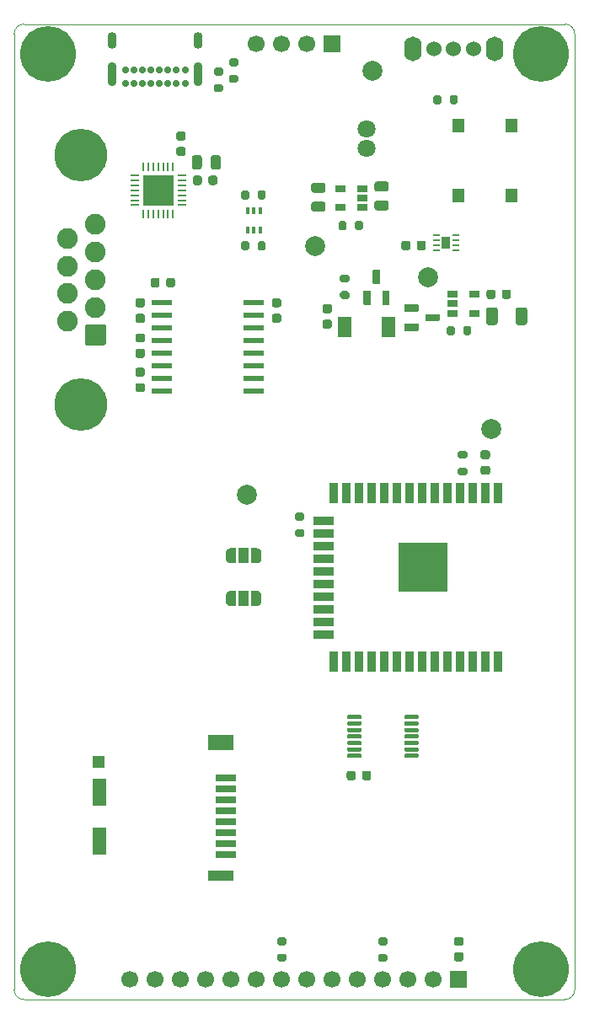
<source format=gts>
%TF.GenerationSoftware,KiCad,Pcbnew,5.1.10-88a1d61d58~88~ubuntu20.04.1*%
%TF.CreationDate,2021-06-25T13:29:56-05:00*%
%TF.ProjectId,MiOrigin,4d694f72-6967-4696-9e2e-6b696361645f,rev?*%
%TF.SameCoordinates,Original*%
%TF.FileFunction,Soldermask,Top*%
%TF.FilePolarity,Negative*%
%FSLAX46Y46*%
G04 Gerber Fmt 4.6, Leading zero omitted, Abs format (unit mm)*
G04 Created by KiCad (PCBNEW 5.1.10-88a1d61d58~88~ubuntu20.04.1) date 2021-06-25 13:29:56*
%MOMM*%
%LPD*%
G01*
G04 APERTURE LIST*
%TA.AperFunction,Profile*%
%ADD10C,0.010000*%
%TD*%
%ADD11R,0.260000X0.970000*%
%ADD12R,0.970000X0.260000*%
%ADD13R,3.150000X3.150000*%
%ADD14C,1.700000*%
%ADD15R,1.700000X1.700000*%
%ADD16C,2.000000*%
%ADD17C,0.150000*%
%ADD18R,1.000000X1.500000*%
%ADD19R,0.900000X1.300000*%
%ADD20R,0.760000X0.270000*%
%ADD21R,1.200000X1.400000*%
%ADD22R,2.000000X0.700000*%
%ADD23R,2.600000X1.000000*%
%ADD24R,2.600000X1.500000*%
%ADD25R,1.400000X2.700000*%
%ADD26R,1.200000X1.200000*%
%ADD27R,2.060000X0.600000*%
%ADD28C,5.600000*%
%ADD29C,3.600000*%
%ADD30R,0.400000X0.650000*%
%ADD31R,1.060000X0.650000*%
%ADD32C,1.800860*%
%ADD33C,2.082800*%
%ADD34C,5.283200*%
%ADD35O,0.900000X1.700000*%
%ADD36O,0.900000X2.400000*%
%ADD37C,0.700000*%
%ADD38C,1.524000*%
%ADD39O,1.750000X2.500000*%
%ADD40R,1.400000X2.100000*%
%ADD41R,0.900000X2.000000*%
%ADD42R,2.000000X0.900000*%
%ADD43R,5.000000X5.000000*%
G04 APERTURE END LIST*
D10*
X125580000Y-143500000D02*
G75*
G02*
X124580000Y-142500000I0J1000000D01*
G01*
X180920000Y-142500000D02*
G75*
G02*
X179920000Y-143500000I-1000000J0D01*
G01*
X179920000Y-45500000D02*
G75*
G02*
X180920000Y-46500000I0J-1000000D01*
G01*
X124580000Y-46500000D02*
G75*
G02*
X125580000Y-45500000I1000000J0D01*
G01*
X124580000Y-142500000D02*
X124580000Y-46500000D01*
X180920000Y-142500000D02*
X180920000Y-46500000D01*
X179920000Y-143500000D02*
X125580000Y-143500000D01*
X125580000Y-45500000D02*
X179920000Y-45500000D01*
X125580000Y-143500000D02*
G75*
G02*
X124580000Y-142500000I0J1000000D01*
G01*
X180920000Y-142500000D02*
G75*
G02*
X179920000Y-143500000I-1000000J0D01*
G01*
X179920000Y-45500000D02*
G75*
G02*
X180920000Y-46500000I0J-1000000D01*
G01*
X124580000Y-46500000D02*
G75*
G02*
X125580000Y-45500000I1000000J0D01*
G01*
X124580000Y-142500000D02*
X124580000Y-46500000D01*
X180920000Y-142500000D02*
X180920000Y-46500000D01*
X179920000Y-143500000D02*
X125580000Y-143500000D01*
X125580000Y-45500000D02*
X179920000Y-45500000D01*
%TO.C,C19*%
G36*
G01*
X144350000Y-59875000D02*
X144350000Y-58925000D01*
G75*
G02*
X144600000Y-58675000I250000J0D01*
G01*
X145100000Y-58675000D01*
G75*
G02*
X145350000Y-58925000I0J-250000D01*
G01*
X145350000Y-59875000D01*
G75*
G02*
X145100000Y-60125000I-250000J0D01*
G01*
X144600000Y-60125000D01*
G75*
G02*
X144350000Y-59875000I0J250000D01*
G01*
G37*
G36*
G01*
X142450000Y-59875000D02*
X142450000Y-58925000D01*
G75*
G02*
X142700000Y-58675000I250000J0D01*
G01*
X143200000Y-58675000D01*
G75*
G02*
X143450000Y-58925000I0J-250000D01*
G01*
X143450000Y-59875000D01*
G75*
G02*
X143200000Y-60125000I-250000J0D01*
G01*
X142700000Y-60125000D01*
G75*
G02*
X142450000Y-59875000I0J250000D01*
G01*
G37*
%TD*%
D11*
%TO.C,U2*%
X140550000Y-59830000D03*
X140050000Y-59830000D03*
X139550000Y-59830000D03*
X139050000Y-59830000D03*
X138550000Y-59830000D03*
X138050000Y-59830000D03*
X137550000Y-59830000D03*
X137550000Y-64570000D03*
X138050000Y-64570000D03*
X138550000Y-64570000D03*
X139050000Y-64570000D03*
X139550000Y-64570000D03*
X140050000Y-64570000D03*
X140550000Y-64570000D03*
D12*
X141420000Y-63700000D03*
X141420000Y-63200000D03*
X141420000Y-62700000D03*
X141420000Y-62200000D03*
X141420000Y-61700000D03*
X141420000Y-61200000D03*
X141420000Y-60700000D03*
X136680000Y-60700000D03*
X136680000Y-61200000D03*
X136680000Y-61700000D03*
X136680000Y-62200000D03*
X136680000Y-62700000D03*
X136680000Y-63200000D03*
X136680000Y-63700000D03*
D13*
X139050000Y-62200000D03*
%TD*%
%TO.C,C18*%
G36*
G01*
X144100000Y-61450000D02*
X144100000Y-60950000D01*
G75*
G02*
X144325000Y-60725000I225000J0D01*
G01*
X144775000Y-60725000D01*
G75*
G02*
X145000000Y-60950000I0J-225000D01*
G01*
X145000000Y-61450000D01*
G75*
G02*
X144775000Y-61675000I-225000J0D01*
G01*
X144325000Y-61675000D01*
G75*
G02*
X144100000Y-61450000I0J225000D01*
G01*
G37*
G36*
G01*
X142550000Y-61450000D02*
X142550000Y-60950000D01*
G75*
G02*
X142775000Y-60725000I225000J0D01*
G01*
X143225000Y-60725000D01*
G75*
G02*
X143450000Y-60950000I0J-225000D01*
G01*
X143450000Y-61450000D01*
G75*
G02*
X143225000Y-61675000I-225000J0D01*
G01*
X142775000Y-61675000D01*
G75*
G02*
X142550000Y-61450000I0J225000D01*
G01*
G37*
%TD*%
%TO.C,C10*%
G36*
G01*
X141600000Y-57200000D02*
X141100000Y-57200000D01*
G75*
G02*
X140875000Y-56975000I0J225000D01*
G01*
X140875000Y-56525000D01*
G75*
G02*
X141100000Y-56300000I225000J0D01*
G01*
X141600000Y-56300000D01*
G75*
G02*
X141825000Y-56525000I0J-225000D01*
G01*
X141825000Y-56975000D01*
G75*
G02*
X141600000Y-57200000I-225000J0D01*
G01*
G37*
G36*
G01*
X141600000Y-58750000D02*
X141100000Y-58750000D01*
G75*
G02*
X140875000Y-58525000I0J225000D01*
G01*
X140875000Y-58075000D01*
G75*
G02*
X141100000Y-57850000I225000J0D01*
G01*
X141600000Y-57850000D01*
G75*
G02*
X141825000Y-58075000I0J-225000D01*
G01*
X141825000Y-58525000D01*
G75*
G02*
X141600000Y-58750000I-225000J0D01*
G01*
G37*
%TD*%
D14*
%TO.C,U4*%
X154020000Y-47500000D03*
X151480000Y-47500000D03*
X148940000Y-47500000D03*
D15*
X156560000Y-47500000D03*
X169260000Y-141490000D03*
D14*
X166720000Y-141490000D03*
X164180000Y-141490000D03*
X161640000Y-141490000D03*
X159100000Y-141490000D03*
X156560000Y-141490000D03*
X154020000Y-141490000D03*
X151480000Y-141490000D03*
X148940000Y-141490000D03*
X146400000Y-141490000D03*
X143860000Y-141490000D03*
X141320000Y-141490000D03*
X138780000Y-141500000D03*
X136240000Y-141500000D03*
%TD*%
D16*
%TO.C,TP6*%
X160600000Y-50200000D03*
%TD*%
D17*
%TO.C,JP2*%
G36*
X148400000Y-102450000D02*
G01*
X148950000Y-102450000D01*
X148950000Y-102450602D01*
X148974534Y-102450602D01*
X149023365Y-102455412D01*
X149071490Y-102464984D01*
X149118445Y-102479228D01*
X149163778Y-102498005D01*
X149207051Y-102521136D01*
X149247850Y-102548396D01*
X149285779Y-102579524D01*
X149320476Y-102614221D01*
X149351604Y-102652150D01*
X149378864Y-102692949D01*
X149401995Y-102736222D01*
X149420772Y-102781555D01*
X149435016Y-102828510D01*
X149444588Y-102876635D01*
X149449398Y-102925466D01*
X149449398Y-102950000D01*
X149450000Y-102950000D01*
X149450000Y-103450000D01*
X149449398Y-103450000D01*
X149449398Y-103474534D01*
X149444588Y-103523365D01*
X149435016Y-103571490D01*
X149420772Y-103618445D01*
X149401995Y-103663778D01*
X149378864Y-103707051D01*
X149351604Y-103747850D01*
X149320476Y-103785779D01*
X149285779Y-103820476D01*
X149247850Y-103851604D01*
X149207051Y-103878864D01*
X149163778Y-103901995D01*
X149118445Y-103920772D01*
X149071490Y-103935016D01*
X149023365Y-103944588D01*
X148974534Y-103949398D01*
X148950000Y-103949398D01*
X148950000Y-103950000D01*
X148400000Y-103950000D01*
X148400000Y-102450000D01*
G37*
D18*
X147650000Y-103200000D03*
D17*
G36*
X146350000Y-103949398D02*
G01*
X146325466Y-103949398D01*
X146276635Y-103944588D01*
X146228510Y-103935016D01*
X146181555Y-103920772D01*
X146136222Y-103901995D01*
X146092949Y-103878864D01*
X146052150Y-103851604D01*
X146014221Y-103820476D01*
X145979524Y-103785779D01*
X145948396Y-103747850D01*
X145921136Y-103707051D01*
X145898005Y-103663778D01*
X145879228Y-103618445D01*
X145864984Y-103571490D01*
X145855412Y-103523365D01*
X145850602Y-103474534D01*
X145850602Y-103450000D01*
X145850000Y-103450000D01*
X145850000Y-102950000D01*
X145850602Y-102950000D01*
X145850602Y-102925466D01*
X145855412Y-102876635D01*
X145864984Y-102828510D01*
X145879228Y-102781555D01*
X145898005Y-102736222D01*
X145921136Y-102692949D01*
X145948396Y-102652150D01*
X145979524Y-102614221D01*
X146014221Y-102579524D01*
X146052150Y-102548396D01*
X146092949Y-102521136D01*
X146136222Y-102498005D01*
X146181555Y-102479228D01*
X146228510Y-102464984D01*
X146276635Y-102455412D01*
X146325466Y-102450602D01*
X146350000Y-102450602D01*
X146350000Y-102450000D01*
X146900000Y-102450000D01*
X146900000Y-103950000D01*
X146350000Y-103950000D01*
X146350000Y-103949398D01*
G37*
%TD*%
%TO.C,JP1*%
G36*
X148400000Y-98150000D02*
G01*
X148950000Y-98150000D01*
X148950000Y-98150602D01*
X148974534Y-98150602D01*
X149023365Y-98155412D01*
X149071490Y-98164984D01*
X149118445Y-98179228D01*
X149163778Y-98198005D01*
X149207051Y-98221136D01*
X149247850Y-98248396D01*
X149285779Y-98279524D01*
X149320476Y-98314221D01*
X149351604Y-98352150D01*
X149378864Y-98392949D01*
X149401995Y-98436222D01*
X149420772Y-98481555D01*
X149435016Y-98528510D01*
X149444588Y-98576635D01*
X149449398Y-98625466D01*
X149449398Y-98650000D01*
X149450000Y-98650000D01*
X149450000Y-99150000D01*
X149449398Y-99150000D01*
X149449398Y-99174534D01*
X149444588Y-99223365D01*
X149435016Y-99271490D01*
X149420772Y-99318445D01*
X149401995Y-99363778D01*
X149378864Y-99407051D01*
X149351604Y-99447850D01*
X149320476Y-99485779D01*
X149285779Y-99520476D01*
X149247850Y-99551604D01*
X149207051Y-99578864D01*
X149163778Y-99601995D01*
X149118445Y-99620772D01*
X149071490Y-99635016D01*
X149023365Y-99644588D01*
X148974534Y-99649398D01*
X148950000Y-99649398D01*
X148950000Y-99650000D01*
X148400000Y-99650000D01*
X148400000Y-98150000D01*
G37*
D18*
X147650000Y-98900000D03*
D17*
G36*
X146350000Y-99649398D02*
G01*
X146325466Y-99649398D01*
X146276635Y-99644588D01*
X146228510Y-99635016D01*
X146181555Y-99620772D01*
X146136222Y-99601995D01*
X146092949Y-99578864D01*
X146052150Y-99551604D01*
X146014221Y-99520476D01*
X145979524Y-99485779D01*
X145948396Y-99447850D01*
X145921136Y-99407051D01*
X145898005Y-99363778D01*
X145879228Y-99318445D01*
X145864984Y-99271490D01*
X145855412Y-99223365D01*
X145850602Y-99174534D01*
X145850602Y-99150000D01*
X145850000Y-99150000D01*
X145850000Y-98650000D01*
X145850602Y-98650000D01*
X145850602Y-98625466D01*
X145855412Y-98576635D01*
X145864984Y-98528510D01*
X145879228Y-98481555D01*
X145898005Y-98436222D01*
X145921136Y-98392949D01*
X145948396Y-98352150D01*
X145979524Y-98314221D01*
X146014221Y-98279524D01*
X146052150Y-98248396D01*
X146092949Y-98221136D01*
X146136222Y-98198005D01*
X146181555Y-98179228D01*
X146228510Y-98164984D01*
X146276635Y-98155412D01*
X146325466Y-98150602D01*
X146350000Y-98150602D01*
X146350000Y-98150000D01*
X146900000Y-98150000D01*
X146900000Y-99650000D01*
X146350000Y-99650000D01*
X146350000Y-99649398D01*
G37*
%TD*%
D16*
%TO.C,TP5*%
X166150000Y-70900000D03*
%TD*%
%TO.C,TP3*%
X154850000Y-67800000D03*
%TD*%
%TO.C,TP2*%
X147950000Y-92800000D03*
%TD*%
%TO.C,TP1*%
X172550000Y-86200000D03*
%TD*%
%TO.C,U7*%
G36*
G01*
X165240000Y-118920000D02*
X165240000Y-119120000D01*
G75*
G02*
X165140000Y-119220000I-100000J0D01*
G01*
X163865000Y-119220000D01*
G75*
G02*
X163765000Y-119120000I0J100000D01*
G01*
X163765000Y-118920000D01*
G75*
G02*
X163865000Y-118820000I100000J0D01*
G01*
X165140000Y-118820000D01*
G75*
G02*
X165240000Y-118920000I0J-100000D01*
G01*
G37*
G36*
G01*
X165240000Y-118270000D02*
X165240000Y-118470000D01*
G75*
G02*
X165140000Y-118570000I-100000J0D01*
G01*
X163865000Y-118570000D01*
G75*
G02*
X163765000Y-118470000I0J100000D01*
G01*
X163765000Y-118270000D01*
G75*
G02*
X163865000Y-118170000I100000J0D01*
G01*
X165140000Y-118170000D01*
G75*
G02*
X165240000Y-118270000I0J-100000D01*
G01*
G37*
G36*
G01*
X165240000Y-117620000D02*
X165240000Y-117820000D01*
G75*
G02*
X165140000Y-117920000I-100000J0D01*
G01*
X163865000Y-117920000D01*
G75*
G02*
X163765000Y-117820000I0J100000D01*
G01*
X163765000Y-117620000D01*
G75*
G02*
X163865000Y-117520000I100000J0D01*
G01*
X165140000Y-117520000D01*
G75*
G02*
X165240000Y-117620000I0J-100000D01*
G01*
G37*
G36*
G01*
X165240000Y-116970000D02*
X165240000Y-117170000D01*
G75*
G02*
X165140000Y-117270000I-100000J0D01*
G01*
X163865000Y-117270000D01*
G75*
G02*
X163765000Y-117170000I0J100000D01*
G01*
X163765000Y-116970000D01*
G75*
G02*
X163865000Y-116870000I100000J0D01*
G01*
X165140000Y-116870000D01*
G75*
G02*
X165240000Y-116970000I0J-100000D01*
G01*
G37*
G36*
G01*
X165240000Y-116320000D02*
X165240000Y-116520000D01*
G75*
G02*
X165140000Y-116620000I-100000J0D01*
G01*
X163865000Y-116620000D01*
G75*
G02*
X163765000Y-116520000I0J100000D01*
G01*
X163765000Y-116320000D01*
G75*
G02*
X163865000Y-116220000I100000J0D01*
G01*
X165140000Y-116220000D01*
G75*
G02*
X165240000Y-116320000I0J-100000D01*
G01*
G37*
G36*
G01*
X165240000Y-115670000D02*
X165240000Y-115870000D01*
G75*
G02*
X165140000Y-115970000I-100000J0D01*
G01*
X163865000Y-115970000D01*
G75*
G02*
X163765000Y-115870000I0J100000D01*
G01*
X163765000Y-115670000D01*
G75*
G02*
X163865000Y-115570000I100000J0D01*
G01*
X165140000Y-115570000D01*
G75*
G02*
X165240000Y-115670000I0J-100000D01*
G01*
G37*
G36*
G01*
X165240000Y-115020000D02*
X165240000Y-115220000D01*
G75*
G02*
X165140000Y-115320000I-100000J0D01*
G01*
X163865000Y-115320000D01*
G75*
G02*
X163765000Y-115220000I0J100000D01*
G01*
X163765000Y-115020000D01*
G75*
G02*
X163865000Y-114920000I100000J0D01*
G01*
X165140000Y-114920000D01*
G75*
G02*
X165240000Y-115020000I0J-100000D01*
G01*
G37*
G36*
G01*
X159515000Y-115020000D02*
X159515000Y-115220000D01*
G75*
G02*
X159415000Y-115320000I-100000J0D01*
G01*
X158140000Y-115320000D01*
G75*
G02*
X158040000Y-115220000I0J100000D01*
G01*
X158040000Y-115020000D01*
G75*
G02*
X158140000Y-114920000I100000J0D01*
G01*
X159415000Y-114920000D01*
G75*
G02*
X159515000Y-115020000I0J-100000D01*
G01*
G37*
G36*
G01*
X159515000Y-115670000D02*
X159515000Y-115870000D01*
G75*
G02*
X159415000Y-115970000I-100000J0D01*
G01*
X158140000Y-115970000D01*
G75*
G02*
X158040000Y-115870000I0J100000D01*
G01*
X158040000Y-115670000D01*
G75*
G02*
X158140000Y-115570000I100000J0D01*
G01*
X159415000Y-115570000D01*
G75*
G02*
X159515000Y-115670000I0J-100000D01*
G01*
G37*
G36*
G01*
X159515000Y-116320000D02*
X159515000Y-116520000D01*
G75*
G02*
X159415000Y-116620000I-100000J0D01*
G01*
X158140000Y-116620000D01*
G75*
G02*
X158040000Y-116520000I0J100000D01*
G01*
X158040000Y-116320000D01*
G75*
G02*
X158140000Y-116220000I100000J0D01*
G01*
X159415000Y-116220000D01*
G75*
G02*
X159515000Y-116320000I0J-100000D01*
G01*
G37*
G36*
G01*
X159515000Y-116970000D02*
X159515000Y-117170000D01*
G75*
G02*
X159415000Y-117270000I-100000J0D01*
G01*
X158140000Y-117270000D01*
G75*
G02*
X158040000Y-117170000I0J100000D01*
G01*
X158040000Y-116970000D01*
G75*
G02*
X158140000Y-116870000I100000J0D01*
G01*
X159415000Y-116870000D01*
G75*
G02*
X159515000Y-116970000I0J-100000D01*
G01*
G37*
G36*
G01*
X159515000Y-117620000D02*
X159515000Y-117820000D01*
G75*
G02*
X159415000Y-117920000I-100000J0D01*
G01*
X158140000Y-117920000D01*
G75*
G02*
X158040000Y-117820000I0J100000D01*
G01*
X158040000Y-117620000D01*
G75*
G02*
X158140000Y-117520000I100000J0D01*
G01*
X159415000Y-117520000D01*
G75*
G02*
X159515000Y-117620000I0J-100000D01*
G01*
G37*
G36*
G01*
X159515000Y-118270000D02*
X159515000Y-118470000D01*
G75*
G02*
X159415000Y-118570000I-100000J0D01*
G01*
X158140000Y-118570000D01*
G75*
G02*
X158040000Y-118470000I0J100000D01*
G01*
X158040000Y-118270000D01*
G75*
G02*
X158140000Y-118170000I100000J0D01*
G01*
X159415000Y-118170000D01*
G75*
G02*
X159515000Y-118270000I0J-100000D01*
G01*
G37*
G36*
G01*
X159515000Y-118920000D02*
X159515000Y-119120000D01*
G75*
G02*
X159415000Y-119220000I-100000J0D01*
G01*
X158140000Y-119220000D01*
G75*
G02*
X158040000Y-119120000I0J100000D01*
G01*
X158040000Y-118920000D01*
G75*
G02*
X158140000Y-118820000I100000J0D01*
G01*
X159415000Y-118820000D01*
G75*
G02*
X159515000Y-118920000I0J-100000D01*
G01*
G37*
%TD*%
D19*
%TO.C,U6*%
X167975000Y-67450000D03*
D20*
X168960000Y-66700000D03*
X168960000Y-67200000D03*
X168960000Y-67700000D03*
X168960000Y-68200000D03*
X166990000Y-68200000D03*
X166990000Y-67700000D03*
X166990000Y-67200000D03*
X166990000Y-66700000D03*
%TD*%
D21*
%TO.C,S3*%
X169210800Y-55716600D03*
X169210800Y-62716600D03*
%TD*%
%TO.C,S2*%
X174595600Y-55711400D03*
X174595600Y-62711400D03*
%TD*%
D22*
%TO.C,J3*%
X145886800Y-128946400D03*
X145886800Y-127846400D03*
X145886800Y-126746400D03*
X145886800Y-125646400D03*
X145886800Y-124546400D03*
X145886800Y-123446400D03*
X145886800Y-122346400D03*
X145886800Y-121246400D03*
D23*
X145386800Y-131046400D03*
D24*
X145386800Y-117696400D03*
D25*
X133186800Y-122646400D03*
X133186800Y-127546400D03*
D26*
X133086800Y-119596400D03*
%TD*%
%TO.C,C11*%
G36*
G01*
X159550000Y-121250000D02*
X159550000Y-120750000D01*
G75*
G02*
X159775000Y-120525000I225000J0D01*
G01*
X160225000Y-120525000D01*
G75*
G02*
X160450000Y-120750000I0J-225000D01*
G01*
X160450000Y-121250000D01*
G75*
G02*
X160225000Y-121475000I-225000J0D01*
G01*
X159775000Y-121475000D01*
G75*
G02*
X159550000Y-121250000I0J225000D01*
G01*
G37*
G36*
G01*
X158000000Y-121250000D02*
X158000000Y-120750000D01*
G75*
G02*
X158225000Y-120525000I225000J0D01*
G01*
X158675000Y-120525000D01*
G75*
G02*
X158900000Y-120750000I0J-225000D01*
G01*
X158900000Y-121250000D01*
G75*
G02*
X158675000Y-121475000I-225000J0D01*
G01*
X158225000Y-121475000D01*
G75*
G02*
X158000000Y-121250000I0J225000D01*
G01*
G37*
%TD*%
%TO.C,C8*%
G36*
G01*
X165050000Y-68000000D02*
X165050000Y-67500000D01*
G75*
G02*
X165275000Y-67275000I225000J0D01*
G01*
X165725000Y-67275000D01*
G75*
G02*
X165950000Y-67500000I0J-225000D01*
G01*
X165950000Y-68000000D01*
G75*
G02*
X165725000Y-68225000I-225000J0D01*
G01*
X165275000Y-68225000D01*
G75*
G02*
X165050000Y-68000000I0J225000D01*
G01*
G37*
G36*
G01*
X163500000Y-68000000D02*
X163500000Y-67500000D01*
G75*
G02*
X163725000Y-67275000I225000J0D01*
G01*
X164175000Y-67275000D01*
G75*
G02*
X164400000Y-67500000I0J-225000D01*
G01*
X164400000Y-68000000D01*
G75*
G02*
X164175000Y-68225000I-225000J0D01*
G01*
X163725000Y-68225000D01*
G75*
G02*
X163500000Y-68000000I0J225000D01*
G01*
G37*
%TD*%
%TO.C,C4*%
G36*
G01*
X156300000Y-74550000D02*
X155800000Y-74550000D01*
G75*
G02*
X155575000Y-74325000I0J225000D01*
G01*
X155575000Y-73875000D01*
G75*
G02*
X155800000Y-73650000I225000J0D01*
G01*
X156300000Y-73650000D01*
G75*
G02*
X156525000Y-73875000I0J-225000D01*
G01*
X156525000Y-74325000D01*
G75*
G02*
X156300000Y-74550000I-225000J0D01*
G01*
G37*
G36*
G01*
X156300000Y-76100000D02*
X155800000Y-76100000D01*
G75*
G02*
X155575000Y-75875000I0J225000D01*
G01*
X155575000Y-75425000D01*
G75*
G02*
X155800000Y-75200000I225000J0D01*
G01*
X156300000Y-75200000D01*
G75*
G02*
X156525000Y-75425000I0J-225000D01*
G01*
X156525000Y-75875000D01*
G75*
G02*
X156300000Y-76100000I-225000J0D01*
G01*
G37*
%TD*%
%TO.C,C2*%
G36*
G01*
X154681000Y-63346000D02*
X155631000Y-63346000D01*
G75*
G02*
X155881000Y-63596000I0J-250000D01*
G01*
X155881000Y-64096000D01*
G75*
G02*
X155631000Y-64346000I-250000J0D01*
G01*
X154681000Y-64346000D01*
G75*
G02*
X154431000Y-64096000I0J250000D01*
G01*
X154431000Y-63596000D01*
G75*
G02*
X154681000Y-63346000I250000J0D01*
G01*
G37*
G36*
G01*
X154681000Y-61446000D02*
X155631000Y-61446000D01*
G75*
G02*
X155881000Y-61696000I0J-250000D01*
G01*
X155881000Y-62196000D01*
G75*
G02*
X155631000Y-62446000I-250000J0D01*
G01*
X154681000Y-62446000D01*
G75*
G02*
X154431000Y-62196000I0J250000D01*
G01*
X154431000Y-61696000D01*
G75*
G02*
X154681000Y-61446000I250000J0D01*
G01*
G37*
%TD*%
D27*
%TO.C,U8*%
X148690000Y-73510000D03*
X148690000Y-74780000D03*
X148690000Y-76050000D03*
X148690000Y-77320000D03*
X148690000Y-78590000D03*
X148690000Y-79860000D03*
X148690000Y-81130000D03*
X148690000Y-82400000D03*
X139410000Y-82400000D03*
X139410000Y-81130000D03*
X139410000Y-79860000D03*
X139410000Y-78590000D03*
X139410000Y-77320000D03*
X139410000Y-76050000D03*
X139410000Y-74780000D03*
X139410000Y-73510000D03*
%TD*%
%TO.C,C7*%
G36*
G01*
X174975000Y-75500001D02*
X174975000Y-74199999D01*
G75*
G02*
X175224999Y-73950000I249999J0D01*
G01*
X175875001Y-73950000D01*
G75*
G02*
X176125000Y-74199999I0J-249999D01*
G01*
X176125000Y-75500001D01*
G75*
G02*
X175875001Y-75750000I-249999J0D01*
G01*
X175224999Y-75750000D01*
G75*
G02*
X174975000Y-75500001I0J249999D01*
G01*
G37*
G36*
G01*
X172025000Y-75500001D02*
X172025000Y-74199999D01*
G75*
G02*
X172274999Y-73950000I249999J0D01*
G01*
X172925001Y-73950000D01*
G75*
G02*
X173175000Y-74199999I0J-249999D01*
G01*
X173175000Y-75500001D01*
G75*
G02*
X172925001Y-75750000I-249999J0D01*
G01*
X172274999Y-75750000D01*
G75*
G02*
X172025000Y-75500001I0J249999D01*
G01*
G37*
%TD*%
%TO.C,C3*%
G36*
G01*
X161031000Y-63224000D02*
X161981000Y-63224000D01*
G75*
G02*
X162231000Y-63474000I0J-250000D01*
G01*
X162231000Y-63974000D01*
G75*
G02*
X161981000Y-64224000I-250000J0D01*
G01*
X161031000Y-64224000D01*
G75*
G02*
X160781000Y-63974000I0J250000D01*
G01*
X160781000Y-63474000D01*
G75*
G02*
X161031000Y-63224000I250000J0D01*
G01*
G37*
G36*
G01*
X161031000Y-61324000D02*
X161981000Y-61324000D01*
G75*
G02*
X162231000Y-61574000I0J-250000D01*
G01*
X162231000Y-62074000D01*
G75*
G02*
X161981000Y-62324000I-250000J0D01*
G01*
X161031000Y-62324000D01*
G75*
G02*
X160781000Y-62074000I0J250000D01*
G01*
X160781000Y-61574000D01*
G75*
G02*
X161031000Y-61324000I250000J0D01*
G01*
G37*
%TD*%
D28*
%TO.C,H4*%
X177500000Y-140480000D03*
D29*
X177500000Y-140480000D03*
%TD*%
%TO.C,H3*%
X177500000Y-48520000D03*
D28*
X177500000Y-48520000D03*
%TD*%
%TO.C,H2*%
X128000000Y-140480000D03*
D29*
X128000000Y-140480000D03*
%TD*%
D28*
%TO.C,H1*%
X128000000Y-48520000D03*
D29*
X128000000Y-48520000D03*
%TD*%
%TO.C,R17*%
G36*
G01*
X161365000Y-138905600D02*
X161915000Y-138905600D01*
G75*
G02*
X162115000Y-139105600I0J-200000D01*
G01*
X162115000Y-139505600D01*
G75*
G02*
X161915000Y-139705600I-200000J0D01*
G01*
X161365000Y-139705600D01*
G75*
G02*
X161165000Y-139505600I0J200000D01*
G01*
X161165000Y-139105600D01*
G75*
G02*
X161365000Y-138905600I200000J0D01*
G01*
G37*
G36*
G01*
X161365000Y-137255600D02*
X161915000Y-137255600D01*
G75*
G02*
X162115000Y-137455600I0J-200000D01*
G01*
X162115000Y-137855600D01*
G75*
G02*
X161915000Y-138055600I-200000J0D01*
G01*
X161365000Y-138055600D01*
G75*
G02*
X161165000Y-137855600I0J200000D01*
G01*
X161165000Y-137455600D01*
G75*
G02*
X161365000Y-137255600I200000J0D01*
G01*
G37*
%TD*%
%TO.C,R16*%
G36*
G01*
X151205000Y-138892400D02*
X151755000Y-138892400D01*
G75*
G02*
X151955000Y-139092400I0J-200000D01*
G01*
X151955000Y-139492400D01*
G75*
G02*
X151755000Y-139692400I-200000J0D01*
G01*
X151205000Y-139692400D01*
G75*
G02*
X151005000Y-139492400I0J200000D01*
G01*
X151005000Y-139092400D01*
G75*
G02*
X151205000Y-138892400I200000J0D01*
G01*
G37*
G36*
G01*
X151205000Y-137242400D02*
X151755000Y-137242400D01*
G75*
G02*
X151955000Y-137442400I0J-200000D01*
G01*
X151955000Y-137842400D01*
G75*
G02*
X151755000Y-138042400I-200000J0D01*
G01*
X151205000Y-138042400D01*
G75*
G02*
X151005000Y-137842400I0J200000D01*
G01*
X151005000Y-137442400D01*
G75*
G02*
X151205000Y-137242400I200000J0D01*
G01*
G37*
%TD*%
D30*
%TO.C,Q1*%
X148034800Y-64262600D03*
X149334800Y-64262600D03*
X148684800Y-66162600D03*
X148684800Y-64262600D03*
X149334800Y-66162600D03*
X148034800Y-66162600D03*
%TD*%
%TO.C,C9*%
G36*
G01*
X169510000Y-138104000D02*
X169010000Y-138104000D01*
G75*
G02*
X168785000Y-137879000I0J225000D01*
G01*
X168785000Y-137429000D01*
G75*
G02*
X169010000Y-137204000I225000J0D01*
G01*
X169510000Y-137204000D01*
G75*
G02*
X169735000Y-137429000I0J-225000D01*
G01*
X169735000Y-137879000D01*
G75*
G02*
X169510000Y-138104000I-225000J0D01*
G01*
G37*
G36*
G01*
X169510000Y-139654000D02*
X169010000Y-139654000D01*
G75*
G02*
X168785000Y-139429000I0J225000D01*
G01*
X168785000Y-138979000D01*
G75*
G02*
X169010000Y-138754000I225000J0D01*
G01*
X169510000Y-138754000D01*
G75*
G02*
X169735000Y-138979000I0J-225000D01*
G01*
X169735000Y-139429000D01*
G75*
G02*
X169510000Y-139654000I-225000J0D01*
G01*
G37*
%TD*%
%TO.C,R7*%
G36*
G01*
X144829600Y-49878600D02*
X145379600Y-49878600D01*
G75*
G02*
X145579600Y-50078600I0J-200000D01*
G01*
X145579600Y-50478600D01*
G75*
G02*
X145379600Y-50678600I-200000J0D01*
G01*
X144829600Y-50678600D01*
G75*
G02*
X144629600Y-50478600I0J200000D01*
G01*
X144629600Y-50078600D01*
G75*
G02*
X144829600Y-49878600I200000J0D01*
G01*
G37*
G36*
G01*
X144829600Y-51528600D02*
X145379600Y-51528600D01*
G75*
G02*
X145579600Y-51728600I0J-200000D01*
G01*
X145579600Y-52128600D01*
G75*
G02*
X145379600Y-52328600I-200000J0D01*
G01*
X144829600Y-52328600D01*
G75*
G02*
X144629600Y-52128600I0J200000D01*
G01*
X144629600Y-51728600D01*
G75*
G02*
X144829600Y-51528600I200000J0D01*
G01*
G37*
%TD*%
%TO.C,R14*%
G36*
G01*
X167500000Y-52825000D02*
X167500000Y-53375000D01*
G75*
G02*
X167300000Y-53575000I-200000J0D01*
G01*
X166900000Y-53575000D01*
G75*
G02*
X166700000Y-53375000I0J200000D01*
G01*
X166700000Y-52825000D01*
G75*
G02*
X166900000Y-52625000I200000J0D01*
G01*
X167300000Y-52625000D01*
G75*
G02*
X167500000Y-52825000I0J-200000D01*
G01*
G37*
G36*
G01*
X169150000Y-52825000D02*
X169150000Y-53375000D01*
G75*
G02*
X168950000Y-53575000I-200000J0D01*
G01*
X168550000Y-53575000D01*
G75*
G02*
X168350000Y-53375000I0J200000D01*
G01*
X168350000Y-52825000D01*
G75*
G02*
X168550000Y-52625000I200000J0D01*
G01*
X168950000Y-52625000D01*
G75*
G02*
X169150000Y-52825000I0J-200000D01*
G01*
G37*
%TD*%
%TO.C,C17*%
G36*
G01*
X137000000Y-81575000D02*
X137500000Y-81575000D01*
G75*
G02*
X137725000Y-81800000I0J-225000D01*
G01*
X137725000Y-82250000D01*
G75*
G02*
X137500000Y-82475000I-225000J0D01*
G01*
X137000000Y-82475000D01*
G75*
G02*
X136775000Y-82250000I0J225000D01*
G01*
X136775000Y-81800000D01*
G75*
G02*
X137000000Y-81575000I225000J0D01*
G01*
G37*
G36*
G01*
X137000000Y-80025000D02*
X137500000Y-80025000D01*
G75*
G02*
X137725000Y-80250000I0J-225000D01*
G01*
X137725000Y-80700000D01*
G75*
G02*
X137500000Y-80925000I-225000J0D01*
G01*
X137000000Y-80925000D01*
G75*
G02*
X136775000Y-80700000I0J225000D01*
G01*
X136775000Y-80250000D01*
G75*
G02*
X137000000Y-80025000I225000J0D01*
G01*
G37*
%TD*%
%TO.C,C16*%
G36*
G01*
X137510000Y-73960000D02*
X137010000Y-73960000D01*
G75*
G02*
X136785000Y-73735000I0J225000D01*
G01*
X136785000Y-73285000D01*
G75*
G02*
X137010000Y-73060000I225000J0D01*
G01*
X137510000Y-73060000D01*
G75*
G02*
X137735000Y-73285000I0J-225000D01*
G01*
X137735000Y-73735000D01*
G75*
G02*
X137510000Y-73960000I-225000J0D01*
G01*
G37*
G36*
G01*
X137510000Y-75510000D02*
X137010000Y-75510000D01*
G75*
G02*
X136785000Y-75285000I0J225000D01*
G01*
X136785000Y-74835000D01*
G75*
G02*
X137010000Y-74610000I225000J0D01*
G01*
X137510000Y-74610000D01*
G75*
G02*
X137735000Y-74835000I0J-225000D01*
G01*
X137735000Y-75285000D01*
G75*
G02*
X137510000Y-75510000I-225000J0D01*
G01*
G37*
%TD*%
%TO.C,C15*%
G36*
G01*
X137010000Y-78140000D02*
X137510000Y-78140000D01*
G75*
G02*
X137735000Y-78365000I0J-225000D01*
G01*
X137735000Y-78815000D01*
G75*
G02*
X137510000Y-79040000I-225000J0D01*
G01*
X137010000Y-79040000D01*
G75*
G02*
X136785000Y-78815000I0J225000D01*
G01*
X136785000Y-78365000D01*
G75*
G02*
X137010000Y-78140000I225000J0D01*
G01*
G37*
G36*
G01*
X137010000Y-76590000D02*
X137510000Y-76590000D01*
G75*
G02*
X137735000Y-76815000I0J-225000D01*
G01*
X137735000Y-77265000D01*
G75*
G02*
X137510000Y-77490000I-225000J0D01*
G01*
X137010000Y-77490000D01*
G75*
G02*
X136785000Y-77265000I0J225000D01*
G01*
X136785000Y-76815000D01*
G75*
G02*
X137010000Y-76590000I225000J0D01*
G01*
G37*
%TD*%
%TO.C,C14*%
G36*
G01*
X139858000Y-71728000D02*
X139858000Y-71228000D01*
G75*
G02*
X140083000Y-71003000I225000J0D01*
G01*
X140533000Y-71003000D01*
G75*
G02*
X140758000Y-71228000I0J-225000D01*
G01*
X140758000Y-71728000D01*
G75*
G02*
X140533000Y-71953000I-225000J0D01*
G01*
X140083000Y-71953000D01*
G75*
G02*
X139858000Y-71728000I0J225000D01*
G01*
G37*
G36*
G01*
X138308000Y-71728000D02*
X138308000Y-71228000D01*
G75*
G02*
X138533000Y-71003000I225000J0D01*
G01*
X138983000Y-71003000D01*
G75*
G02*
X139208000Y-71228000I0J-225000D01*
G01*
X139208000Y-71728000D01*
G75*
G02*
X138983000Y-71953000I-225000J0D01*
G01*
X138533000Y-71953000D01*
G75*
G02*
X138308000Y-71728000I0J225000D01*
G01*
G37*
%TD*%
%TO.C,C13*%
G36*
G01*
X150700000Y-74610000D02*
X151200000Y-74610000D01*
G75*
G02*
X151425000Y-74835000I0J-225000D01*
G01*
X151425000Y-75285000D01*
G75*
G02*
X151200000Y-75510000I-225000J0D01*
G01*
X150700000Y-75510000D01*
G75*
G02*
X150475000Y-75285000I0J225000D01*
G01*
X150475000Y-74835000D01*
G75*
G02*
X150700000Y-74610000I225000J0D01*
G01*
G37*
G36*
G01*
X150700000Y-73060000D02*
X151200000Y-73060000D01*
G75*
G02*
X151425000Y-73285000I0J-225000D01*
G01*
X151425000Y-73735000D01*
G75*
G02*
X151200000Y-73960000I-225000J0D01*
G01*
X150700000Y-73960000D01*
G75*
G02*
X150475000Y-73735000I0J225000D01*
G01*
X150475000Y-73285000D01*
G75*
G02*
X150700000Y-73060000I225000J0D01*
G01*
G37*
%TD*%
%TO.C,C12*%
G36*
G01*
X172177000Y-89222000D02*
X171677000Y-89222000D01*
G75*
G02*
X171452000Y-88997000I0J225000D01*
G01*
X171452000Y-88547000D01*
G75*
G02*
X171677000Y-88322000I225000J0D01*
G01*
X172177000Y-88322000D01*
G75*
G02*
X172402000Y-88547000I0J-225000D01*
G01*
X172402000Y-88997000D01*
G75*
G02*
X172177000Y-89222000I-225000J0D01*
G01*
G37*
G36*
G01*
X172177000Y-90772000D02*
X171677000Y-90772000D01*
G75*
G02*
X171452000Y-90547000I0J225000D01*
G01*
X171452000Y-90097000D01*
G75*
G02*
X171677000Y-89872000I225000J0D01*
G01*
X172177000Y-89872000D01*
G75*
G02*
X172402000Y-90097000I0J-225000D01*
G01*
X172402000Y-90547000D01*
G75*
G02*
X172177000Y-90772000I-225000J0D01*
G01*
G37*
%TD*%
D31*
%TO.C,U3*%
X159558000Y-63912000D03*
X159558000Y-62962000D03*
X159558000Y-62012000D03*
X157358000Y-62012000D03*
X157358000Y-63912000D03*
%TD*%
%TO.C,R12*%
G36*
G01*
X153558400Y-95383600D02*
X153008400Y-95383600D01*
G75*
G02*
X152808400Y-95183600I0J200000D01*
G01*
X152808400Y-94783600D01*
G75*
G02*
X153008400Y-94583600I200000J0D01*
G01*
X153558400Y-94583600D01*
G75*
G02*
X153758400Y-94783600I0J-200000D01*
G01*
X153758400Y-95183600D01*
G75*
G02*
X153558400Y-95383600I-200000J0D01*
G01*
G37*
G36*
G01*
X153558400Y-97033600D02*
X153008400Y-97033600D01*
G75*
G02*
X152808400Y-96833600I0J200000D01*
G01*
X152808400Y-96433600D01*
G75*
G02*
X153008400Y-96233600I200000J0D01*
G01*
X153558400Y-96233600D01*
G75*
G02*
X153758400Y-96433600I0J-200000D01*
G01*
X153758400Y-96833600D01*
G75*
G02*
X153558400Y-97033600I-200000J0D01*
G01*
G37*
%TD*%
%TO.C,R9*%
G36*
G01*
X158820000Y-66031000D02*
X158820000Y-65481000D01*
G75*
G02*
X159020000Y-65281000I200000J0D01*
G01*
X159420000Y-65281000D01*
G75*
G02*
X159620000Y-65481000I0J-200000D01*
G01*
X159620000Y-66031000D01*
G75*
G02*
X159420000Y-66231000I-200000J0D01*
G01*
X159020000Y-66231000D01*
G75*
G02*
X158820000Y-66031000I0J200000D01*
G01*
G37*
G36*
G01*
X157170000Y-66031000D02*
X157170000Y-65481000D01*
G75*
G02*
X157370000Y-65281000I200000J0D01*
G01*
X157770000Y-65281000D01*
G75*
G02*
X157970000Y-65481000I0J-200000D01*
G01*
X157970000Y-66031000D01*
G75*
G02*
X157770000Y-66231000I-200000J0D01*
G01*
X157370000Y-66231000D01*
G75*
G02*
X157170000Y-66031000I0J200000D01*
G01*
G37*
%TD*%
%TO.C,R3*%
G36*
G01*
X169366000Y-90035000D02*
X169916000Y-90035000D01*
G75*
G02*
X170116000Y-90235000I0J-200000D01*
G01*
X170116000Y-90635000D01*
G75*
G02*
X169916000Y-90835000I-200000J0D01*
G01*
X169366000Y-90835000D01*
G75*
G02*
X169166000Y-90635000I0J200000D01*
G01*
X169166000Y-90235000D01*
G75*
G02*
X169366000Y-90035000I200000J0D01*
G01*
G37*
G36*
G01*
X169366000Y-88385000D02*
X169916000Y-88385000D01*
G75*
G02*
X170116000Y-88585000I0J-200000D01*
G01*
X170116000Y-88985000D01*
G75*
G02*
X169916000Y-89185000I-200000J0D01*
G01*
X169366000Y-89185000D01*
G75*
G02*
X169166000Y-88985000I0J200000D01*
G01*
X169166000Y-88585000D01*
G75*
G02*
X169366000Y-88385000I200000J0D01*
G01*
G37*
%TD*%
D32*
%TO.C,J4*%
X160000000Y-56001780D03*
X160000000Y-57998220D03*
%TD*%
D33*
%TO.C,J5*%
X132750000Y-65645600D03*
X132750000Y-68416740D03*
X132750000Y-71185340D03*
X132750000Y-73953940D03*
G36*
G01*
X133689800Y-77766480D02*
X131810200Y-77766480D01*
G75*
G02*
X131708600Y-77664880I0J101600D01*
G01*
X131708600Y-75785280D01*
G75*
G02*
X131810200Y-75683680I101600J0D01*
G01*
X133689800Y-75683680D01*
G75*
G02*
X133791400Y-75785280I0J-101600D01*
G01*
X133791400Y-77664880D01*
G75*
G02*
X133689800Y-77766480I-101600J0D01*
G01*
G37*
X129910280Y-67037520D03*
X129910280Y-69806120D03*
X129910280Y-72564560D03*
X129910280Y-75333160D03*
D34*
X131330140Y-83684680D03*
X131330140Y-58686000D03*
%TD*%
D35*
%TO.C,J2*%
X134450000Y-47140000D03*
X143100000Y-47140000D03*
D36*
X134450000Y-50520000D03*
X143100000Y-50520000D03*
D37*
X138350000Y-50150000D03*
X135800000Y-50150000D03*
X136650000Y-50150000D03*
X137500000Y-50150000D03*
X141750000Y-50150000D03*
X140050000Y-50150000D03*
X139200000Y-50150000D03*
X140900000Y-50150000D03*
X135800000Y-51500000D03*
X136650000Y-51500000D03*
X137500000Y-51500000D03*
X138350000Y-51500000D03*
X139200000Y-51500000D03*
X140050000Y-51500000D03*
X140900000Y-51500000D03*
X141750000Y-51500000D03*
%TD*%
D38*
%TO.C,S1*%
X166750000Y-48000000D03*
X170750000Y-48000000D03*
X168750000Y-48000000D03*
D39*
X164650000Y-48000000D03*
X172850000Y-48000000D03*
%TD*%
%TO.C,Q5*%
G36*
G01*
X165880000Y-75300000D02*
X165880000Y-74700000D01*
G75*
G02*
X165950000Y-74630000I70000J0D01*
G01*
X167250000Y-74630000D01*
G75*
G02*
X167320000Y-74700000I0J-70000D01*
G01*
X167320000Y-75300000D01*
G75*
G02*
X167250000Y-75370000I-70000J0D01*
G01*
X165950000Y-75370000D01*
G75*
G02*
X165880000Y-75300000I0J70000D01*
G01*
G37*
G36*
G01*
X163780000Y-76250000D02*
X163780000Y-75650000D01*
G75*
G02*
X163850000Y-75580000I70000J0D01*
G01*
X165150000Y-75580000D01*
G75*
G02*
X165220000Y-75650000I0J-70000D01*
G01*
X165220000Y-76250000D01*
G75*
G02*
X165150000Y-76320000I-70000J0D01*
G01*
X163850000Y-76320000D01*
G75*
G02*
X163780000Y-76250000I0J70000D01*
G01*
G37*
G36*
G01*
X163780000Y-74350000D02*
X163780000Y-73750000D01*
G75*
G02*
X163850000Y-73680000I70000J0D01*
G01*
X165150000Y-73680000D01*
G75*
G02*
X165220000Y-73750000I0J-70000D01*
G01*
X165220000Y-74350000D01*
G75*
G02*
X165150000Y-74420000I-70000J0D01*
G01*
X163850000Y-74420000D01*
G75*
G02*
X163780000Y-74350000I0J70000D01*
G01*
G37*
%TD*%
%TO.C,C5*%
G36*
G01*
X172050000Y-72900000D02*
X172050000Y-72400000D01*
G75*
G02*
X172275000Y-72175000I225000J0D01*
G01*
X172725000Y-72175000D01*
G75*
G02*
X172950000Y-72400000I0J-225000D01*
G01*
X172950000Y-72900000D01*
G75*
G02*
X172725000Y-73125000I-225000J0D01*
G01*
X172275000Y-73125000D01*
G75*
G02*
X172050000Y-72900000I0J225000D01*
G01*
G37*
G36*
G01*
X173600000Y-72900000D02*
X173600000Y-72400000D01*
G75*
G02*
X173825000Y-72175000I225000J0D01*
G01*
X174275000Y-72175000D01*
G75*
G02*
X174500000Y-72400000I0J-225000D01*
G01*
X174500000Y-72900000D01*
G75*
G02*
X174275000Y-73125000I-225000J0D01*
G01*
X173825000Y-73125000D01*
G75*
G02*
X173600000Y-72900000I0J225000D01*
G01*
G37*
%TD*%
D40*
%TO.C,D3*%
X157800000Y-75900000D03*
X162200000Y-75900000D03*
%TD*%
%TO.C,Q2*%
G36*
G01*
X161300000Y-71620000D02*
X160700000Y-71620000D01*
G75*
G02*
X160630000Y-71550000I0J70000D01*
G01*
X160630000Y-70250000D01*
G75*
G02*
X160700000Y-70180000I70000J0D01*
G01*
X161300000Y-70180000D01*
G75*
G02*
X161370000Y-70250000I0J-70000D01*
G01*
X161370000Y-71550000D01*
G75*
G02*
X161300000Y-71620000I-70000J0D01*
G01*
G37*
G36*
G01*
X162250000Y-73720000D02*
X161650000Y-73720000D01*
G75*
G02*
X161580000Y-73650000I0J70000D01*
G01*
X161580000Y-72350000D01*
G75*
G02*
X161650000Y-72280000I70000J0D01*
G01*
X162250000Y-72280000D01*
G75*
G02*
X162320000Y-72350000I0J-70000D01*
G01*
X162320000Y-73650000D01*
G75*
G02*
X162250000Y-73720000I-70000J0D01*
G01*
G37*
G36*
G01*
X160350000Y-73720000D02*
X159750000Y-73720000D01*
G75*
G02*
X159680000Y-73650000I0J70000D01*
G01*
X159680000Y-72350000D01*
G75*
G02*
X159750000Y-72280000I70000J0D01*
G01*
X160350000Y-72280000D01*
G75*
G02*
X160420000Y-72350000I0J-70000D01*
G01*
X160420000Y-73650000D01*
G75*
G02*
X160350000Y-73720000I-70000J0D01*
G01*
G37*
%TD*%
%TO.C,R1*%
G36*
G01*
X149046800Y-68068200D02*
X149046800Y-67518200D01*
G75*
G02*
X149246800Y-67318200I200000J0D01*
G01*
X149646800Y-67318200D01*
G75*
G02*
X149846800Y-67518200I0J-200000D01*
G01*
X149846800Y-68068200D01*
G75*
G02*
X149646800Y-68268200I-200000J0D01*
G01*
X149246800Y-68268200D01*
G75*
G02*
X149046800Y-68068200I0J200000D01*
G01*
G37*
G36*
G01*
X147396800Y-68068200D02*
X147396800Y-67518200D01*
G75*
G02*
X147596800Y-67318200I200000J0D01*
G01*
X147996800Y-67318200D01*
G75*
G02*
X148196800Y-67518200I0J-200000D01*
G01*
X148196800Y-68068200D01*
G75*
G02*
X147996800Y-68268200I-200000J0D01*
G01*
X147596800Y-68268200D01*
G75*
G02*
X147396800Y-68068200I0J200000D01*
G01*
G37*
%TD*%
%TO.C,R2*%
G36*
G01*
X147396800Y-62937400D02*
X147396800Y-62387400D01*
G75*
G02*
X147596800Y-62187400I200000J0D01*
G01*
X147996800Y-62187400D01*
G75*
G02*
X148196800Y-62387400I0J-200000D01*
G01*
X148196800Y-62937400D01*
G75*
G02*
X147996800Y-63137400I-200000J0D01*
G01*
X147596800Y-63137400D01*
G75*
G02*
X147396800Y-62937400I0J200000D01*
G01*
G37*
G36*
G01*
X149046800Y-62937400D02*
X149046800Y-62387400D01*
G75*
G02*
X149246800Y-62187400I200000J0D01*
G01*
X149646800Y-62187400D01*
G75*
G02*
X149846800Y-62387400I0J-200000D01*
G01*
X149846800Y-62937400D01*
G75*
G02*
X149646800Y-63137400I-200000J0D01*
G01*
X149246800Y-63137400D01*
G75*
G02*
X149046800Y-62937400I0J200000D01*
G01*
G37*
%TD*%
%TO.C,R8*%
G36*
G01*
X146925000Y-49750000D02*
X146375000Y-49750000D01*
G75*
G02*
X146175000Y-49550000I0J200000D01*
G01*
X146175000Y-49150000D01*
G75*
G02*
X146375000Y-48950000I200000J0D01*
G01*
X146925000Y-48950000D01*
G75*
G02*
X147125000Y-49150000I0J-200000D01*
G01*
X147125000Y-49550000D01*
G75*
G02*
X146925000Y-49750000I-200000J0D01*
G01*
G37*
G36*
G01*
X146925000Y-51400000D02*
X146375000Y-51400000D01*
G75*
G02*
X146175000Y-51200000I0J200000D01*
G01*
X146175000Y-50800000D01*
G75*
G02*
X146375000Y-50600000I200000J0D01*
G01*
X146925000Y-50600000D01*
G75*
G02*
X147125000Y-50800000I0J-200000D01*
G01*
X147125000Y-51200000D01*
G75*
G02*
X146925000Y-51400000I-200000J0D01*
G01*
G37*
%TD*%
%TO.C,R10*%
G36*
G01*
X158075000Y-73125000D02*
X157525000Y-73125000D01*
G75*
G02*
X157325000Y-72925000I0J200000D01*
G01*
X157325000Y-72525000D01*
G75*
G02*
X157525000Y-72325000I200000J0D01*
G01*
X158075000Y-72325000D01*
G75*
G02*
X158275000Y-72525000I0J-200000D01*
G01*
X158275000Y-72925000D01*
G75*
G02*
X158075000Y-73125000I-200000J0D01*
G01*
G37*
G36*
G01*
X158075000Y-71475000D02*
X157525000Y-71475000D01*
G75*
G02*
X157325000Y-71275000I0J200000D01*
G01*
X157325000Y-70875000D01*
G75*
G02*
X157525000Y-70675000I200000J0D01*
G01*
X158075000Y-70675000D01*
G75*
G02*
X158275000Y-70875000I0J-200000D01*
G01*
X158275000Y-71275000D01*
G75*
G02*
X158075000Y-71475000I-200000J0D01*
G01*
G37*
%TD*%
%TO.C,R11*%
G36*
G01*
X168850000Y-76025000D02*
X168850000Y-76575000D01*
G75*
G02*
X168650000Y-76775000I-200000J0D01*
G01*
X168250000Y-76775000D01*
G75*
G02*
X168050000Y-76575000I0J200000D01*
G01*
X168050000Y-76025000D01*
G75*
G02*
X168250000Y-75825000I200000J0D01*
G01*
X168650000Y-75825000D01*
G75*
G02*
X168850000Y-76025000I0J-200000D01*
G01*
G37*
G36*
G01*
X170500000Y-76025000D02*
X170500000Y-76575000D01*
G75*
G02*
X170300000Y-76775000I-200000J0D01*
G01*
X169900000Y-76775000D01*
G75*
G02*
X169700000Y-76575000I0J200000D01*
G01*
X169700000Y-76025000D01*
G75*
G02*
X169900000Y-75825000I200000J0D01*
G01*
X170300000Y-75825000D01*
G75*
G02*
X170500000Y-76025000I0J-200000D01*
G01*
G37*
%TD*%
D41*
%TO.C,U1*%
X173204000Y-109588000D03*
X171934000Y-109588000D03*
X170664000Y-109588000D03*
X169394000Y-109588000D03*
X168124000Y-109588000D03*
X166854000Y-109588000D03*
X165584000Y-109588000D03*
X164314000Y-109588000D03*
X163044000Y-109588000D03*
X161774000Y-109588000D03*
X160504000Y-109588000D03*
X159234000Y-109588000D03*
X157964000Y-109588000D03*
X156694000Y-109588000D03*
D42*
X155694000Y-106803000D03*
X155694000Y-105533000D03*
X155694000Y-104263000D03*
X155694000Y-102993000D03*
X155694000Y-101723000D03*
X155694000Y-100453000D03*
X155694000Y-99183000D03*
X155694000Y-97913000D03*
X155694000Y-96643000D03*
X155694000Y-95373000D03*
D41*
X156694000Y-92588000D03*
X157964000Y-92588000D03*
X159234000Y-92588000D03*
X160504000Y-92588000D03*
X161774000Y-92588000D03*
X163044000Y-92588000D03*
X164314000Y-92588000D03*
X165584000Y-92588000D03*
X166854000Y-92588000D03*
X168124000Y-92588000D03*
X169394000Y-92588000D03*
X170664000Y-92588000D03*
X171934000Y-92588000D03*
X173204000Y-92588000D03*
D43*
X165704000Y-100088000D03*
%TD*%
D31*
%TO.C,U5*%
X168600000Y-72650000D03*
X168600000Y-73600000D03*
X168600000Y-74550000D03*
X170800000Y-74550000D03*
X170800000Y-72650000D03*
%TD*%
M02*

</source>
